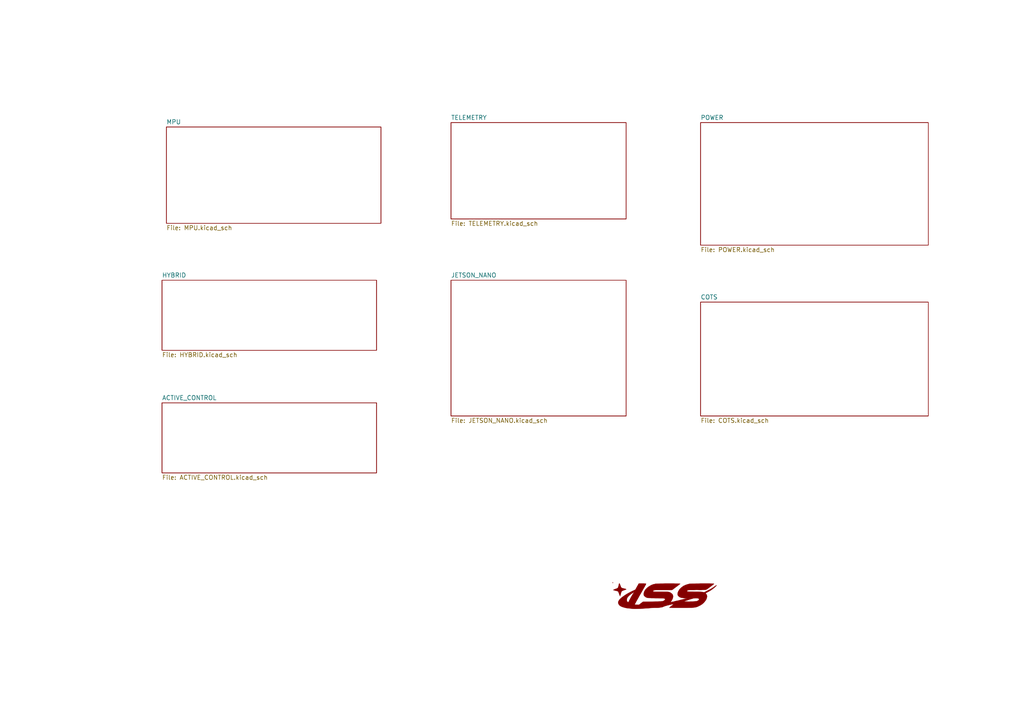
<source format=kicad_sch>
(kicad_sch (version 20211123) (generator eeschema)
  (paper "A4")
  (title_block (title "TARS-MK1") (company "ILLINOIS SPACE SOCIETY"))
  (lib_symbols
    (symbol "ISS_LOGO:LOGO" (pin_names (offset 1.016))
      (symbol "LOGO_0_0"
        (polyline (pts (xy -15.2654 3.6322) (xy -15.2654 3.8354) (xy -15.2908 3.8608) (xy -15.3162 3.7338) (xy -15.3162 3.6068) (xy -15.2654 3.6322)) (stroke (width 0.0254)) (fill (type outline)))
        (polyline (pts (xy -13.081 0.2032) (xy -12.954 0.6096) (xy -12.8778 0.9144) (xy -12.7762 1.1176) (xy -12.6746 1.27) (xy -12.5476 1.3462) (xy -12.3698 1.4224) (xy -12.1158 1.524) (xy -11.7348 1.651) (xy -11.5316 1.7272) (xy -11.43 1.7526) (xy -11.43 1.778) (xy -11.5062 1.8542) (xy -11.684 1.9304) (xy -11.938 1.9812) (xy -12.2174 2.0574) (xy -12.5222 2.1082) (xy -12.7254 2.2098) (xy -12.8778 2.3368) (xy -12.9794 2.54) (xy -13.081 2.8448) (xy -13.1318 2.921) (xy -13.2334 3.2258) (xy -13.3858 3.5306) (xy -13.4112 3.5052) (xy -13.4874 3.3782) (xy -13.5382 3.1496) (xy -13.6906 2.54) (xy -13.7668 2.3114) (xy -13.8684 2.1844) (xy -13.9954 2.0828) (xy -14.1986 2.0066) (xy -14.478 1.905) (xy -14.605 1.8542) (xy -14.8844 1.7526) (xy -15.0876 1.651) (xy -15.1638 1.6002) (xy -15.1384 1.6002) (xy -15.0114 1.5494) (xy -14.7828 1.4732) (xy -14.4526 1.397) (xy -13.7668 1.2192) (xy -13.5636 0.762) (xy -13.4874 0.5588) (xy -13.3858 0.2794) (xy -13.2842 0.0508) (xy -13.1826 -0.2032) (xy -13.081 0.2032)) (stroke (width 0.0254)) (fill (type outline)))
        (polyline (pts (xy -8.0264 -3.8354) (xy -7.3152 -3.81) (xy -6.5786 -3.7846) (xy -5.8166 -3.7338) (xy -5.1054 -3.683) (xy -4.826 -3.6576) (xy -4.2418 -3.6068) (xy -3.6322 -3.5814) (xy -3.0988 -3.556) (xy -2.3368 -3.556) (xy -1.5494 -3.4798) (xy -0.889 -3.3528) (xy -0.3556 -3.1242) (xy -0.1778 -3.0734) (xy 0.127 -2.9718) (xy 0.508 -2.8702) (xy 0.9398 -2.7686) (xy 0.9906 -2.7432) (xy 1.5494 -2.6162) (xy 2.1844 -2.4892) (xy 2.3114 -2.4892) (xy 2.3114 -2.54) (xy 2.2352 -2.6162) (xy 2.0574 -2.7686) (xy 1.778 -2.9464) (xy 1.5748 -3.1242) (xy 1.3208 -3.3274) (xy 1.1684 -3.4544) (xy 1.1176 -3.5306) (xy 1.6256 -3.5306) (xy 2.0574 -3.556) (xy 6.2738 -3.556) (xy 6.9342 -3.5306) (xy 7.4676 -3.5306) (xy 7.9248 -3.5052) (xy 8.2804 -3.4798) (xy 8.5852 -3.429) (xy 8.8392 -3.3782) (xy 9.0678 -3.302) (xy 9.3218 -3.2258) (xy 9.5504 -3.0988) (xy 9.8298 -2.9718) (xy 10.0076 -2.8956) (xy 10.5664 -2.54) (xy 11.049 -2.1336) (xy 11.43 -1.6764) (xy 11.7602 -1.2192) (xy 11.938 -0.762) (xy 12.0396 -0.3302) (xy 11.9888 0.0762) (xy 11.811 0.4064) (xy 11.5824 0.6858) (xy 12.1158 0.9398) (xy 12.2682 1.016) (xy 13.0556 1.4732) (xy 13.7414 1.9558) (xy 14.3256 2.4384) (xy 14.605 2.7178) (xy 14.7574 2.8956) (xy 14.8082 2.9718) (xy 14.7828 2.9718) (xy 14.6558 2.8956) (xy 14.4272 2.7686) (xy 14.1478 2.5654) (xy 14.097 2.5146) (xy 13.7414 2.286) (xy 13.3096 2.0066) (xy 12.827 1.7272) (xy 12.3444 1.4986) (xy 11.2014 0.9144) (xy 10.7188 1.016) (xy 10.6172 1.016) (xy 10.3378 1.0414) (xy 9.906 1.0668) (xy 9.398 1.0922) (xy 8.2296 1.0922) (xy 7.8994 1.1176) (xy 6.9088 1.1176) (xy 6.5532 1.143) (xy 6.3246 1.143) (xy 6.223 1.1684) (xy 6.223 1.27) (xy 6.2992 1.4224) (xy 6.3754 1.4986) (xy 6.4516 1.5494) (xy 6.5532 1.5748) (xy 6.7056 1.5748) (xy 6.9596 1.6002) (xy 8.3312 1.6002) (xy 9.0678 1.6256) (xy 9.7536 1.6002) (xy 10.3378 1.6002) (xy 10.8204 1.6256) (xy 11.2014 1.6256) (xy 11.4808 1.651) (xy 11.7348 1.7018) (xy 11.938 1.778) (xy 12.1158 1.905) (xy 12.319 2.032) (xy 12.573 2.2352) (xy 13.081 2.6162) (xy 13.4112 2.8702) (xy 13.6652 3.048) (xy 13.8176 3.175) (xy 13.843 3.2004) (xy 13.9954 3.3274) (xy 14.0462 3.4036) (xy 14.0462 3.429) (xy 13.8938 3.429) (xy 13.6144 3.4544) (xy 13.208 3.4544) (xy 12.7254 3.4798) (xy 10.16 3.4798) (xy 9.4996 3.4544) (xy 8.8646 3.4544) (xy 8.255 3.429) (xy 7.747 3.429) (xy 7.3152 3.4036) (xy 6.985 3.3782) (xy 6.8072 3.3528) (xy 5.9944 3.1242) (xy 5.207 2.7686) (xy 4.572 2.3114) (xy 4.0386 1.778) (xy 3.683 1.1684) (xy 3.5306 0.762) (xy 3.4798 0.381) (xy 3.556 0.0762) (xy 3.7338 -0.1778) (xy 4.0132 -0.4064) (xy 4.3688 -0.5842) (xy 4.826 -0.6858) (xy 5.461 -0.762) (xy 6.2992 -0.8128) (xy 5.588 -0.9906) (xy 5.4102 -1.0414) (xy 5.08 -1.1176) (xy 4.6482 -1.2192) (xy 4.1656 -1.3462) (xy 3.6576 -1.4732) (xy 3.1496 -1.5748) (xy 2.6416 -1.7018) (xy 2.54 -1.7272) (xy 5.334 -1.7272) (xy 5.3594 -1.6764) (xy 5.461 -1.651) (xy 6.0706 -1.4478) (xy 6.7056 -1.2446) (xy 7.1882 -1.0668) (xy 7.5946 -0.9652) (xy 7.9248 -0.8636) (xy 8.1534 -0.8128) (xy 8.382 -0.7874) (xy 8.5598 -0.762) (xy 9.0678 -0.762) (xy 9.4488 -0.8128) (xy 9.652 -0.9398) (xy 9.7282 -1.0922) (xy 9.7028 -1.1938) (xy 9.5504 -1.397) (xy 9.2456 -1.5748) (xy 8.89 -1.6764) (xy 8.8646 -1.6764) (xy 8.6614 -1.7018) (xy 8.3058 -1.7272) (xy 7.8486 -1.7526) (xy 7.3406 -1.7526) (xy 6.7818 -1.778) (xy 6.223 -1.7526) (xy 5.5372 -1.7526) (xy 5.3848 -1.7272) (xy 5.334 -1.7272) (xy 2.54 -1.7272) (xy 2.2098 -1.8034) (xy 1.8542 -1.8796) (xy 1.6256 -1.9304) (xy 1.4986 -1.9304) (xy 1.4986 -1.905) (xy 1.6002 -1.7272) (xy 1.7272 -1.524) (xy 1.9304 -1.1684) (xy 2.1336 -0.6604) (xy 2.1844 -0.2032) (xy 2.0828 0.2286) (xy 1.8034 0.5588) (xy 1.397 0.8382) (xy 1.3208 0.889) (xy 1.0668 0.9906) (xy 0.9144 1.016) (xy 0.6858 1.0414) (xy 0.4064 1.0668) (xy -0.4826 1.0668) (xy -1.143 1.0922) (xy -3.048 1.0922) (xy -3.3274 1.1176) (xy -3.4544 1.1176) (xy -3.6068 1.143) (xy -3.6322 1.27) (xy -3.5052 1.4478) (xy -3.4544 1.4986) (xy -3.3782 1.524) (xy -3.2766 1.5494) (xy -3.0988 1.5748) (xy -2.8702 1.6002) (xy 1.8796 1.6002) (xy 2.54 2.0828) (xy 2.6162 2.159) (xy 3.3782 2.7178) (xy 3.7084 2.9718) (xy 3.7592 2.9972) (xy 3.9878 3.2004) (xy 4.1656 3.3274) (xy 4.2164 3.4036) (xy 4.2164 3.429) (xy 4.0894 3.429) (xy 3.81 3.4544) (xy 2.8956 3.4544) (xy 2.286 3.4798) (xy -0.1016 3.4798) (xy -0.889 3.4544) (xy -1.5494 3.4544) (xy -2.0828 3.429) (xy -2.54 3.4036) (xy -2.921 3.3782) (xy -3.2512 3.302) (xy -3.5052 3.2512) (xy -3.7846 3.1496) (xy -4.0386 3.048) (xy -4.3434 2.8956) (xy -4.9784 2.5146) (xy -5.4864 2.0828) (xy -5.9182 1.6002) (xy -6.1976 1.0922) (xy -6.3246 0.5588) (xy -6.3246 0.2794) (xy -6.2484 -0.0254) (xy -6.0198 -0.2794) (xy -5.6388 -0.5334) (xy -5.5626 -0.5588) (xy -5.3086 -0.6604) (xy -5.1308 -0.6858) (xy -4.8768 -0.7112) (xy -4.5466 -0.7112) (xy -4.1148 -0.7366) (xy -3.5306 -0.7366) (xy -2.8194 -0.762) (xy -2.159 -0.762) (xy -1.5748 -0.7874) (xy -1.1176 -0.7874) (xy -0.762 -0.8128) (xy -0.5334 -0.8382) (xy -0.381 -0.8636) (xy -0.2794 -0.889) (xy -0.2032 -0.9398) (xy -0.1778 -0.9652) (xy -0.127 -1.0922) (xy -0.1778 -1.2446) (xy -0.381 -1.4478) (xy -0.5842 -1.5748) (xy -0.6604 -1.6002) (xy -0.762 -1.651) (xy -0.9144 -1.6764) (xy -1.143 -1.7018) (xy -1.4224 -1.7272) (xy -1.8034 -1.7272) (xy -2.3114 -1.7526) (xy -2.9464 -1.7526) (xy -3.7338 -1.778) (xy -6.5532 -1.8288) (xy -7.1374 -2.2606) (xy -7.7216 -2.7178) (xy -8.3058 -2.6924) (xy -8.6106 -2.667) (xy -8.8392 -2.6416) (xy -8.9408 -2.6162) (xy -8.9408 -2.5908) (xy -8.9154 -2.5146) (xy -8.8646 -2.413) (xy -8.763 -2.2352) (xy -8.636 -1.9812) (xy -8.4582 -1.651) (xy -8.2296 -1.2446) (xy -7.9248 -0.7112) (xy -7.5946 -0.1016) (xy -7.1628 0.635) (xy -6.6802 1.4986) (xy -6.096 2.5146) (xy -5.9182 2.8448) (xy -5.7658 3.1242) (xy -5.6896 3.3274) (xy -5.6642 3.429) (xy -5.7658 3.4544) (xy -5.9944 3.4544) (xy -6.3246 3.4798) (xy -7.747 3.4798) (xy -8.255 2.5908) (xy -8.763 1.6764) (xy -9.9568 1.1176) (xy -10.541 0.8128) (xy -11.3284 0.381) (xy -12.0142 -0.0762) (xy -12.6238 -0.508) (xy -13.081 -0.9144) (xy -13.3858 -1.2446) (xy -11.2522 -1.2446) (xy -11.2268 -1.016) (xy -11.0998 -0.635) (xy -10.795 -0.254) (xy -10.3632 0.1524) (xy -9.779 0.5842) (xy -9.6266 0.6858) (xy -9.3726 0.8636) (xy -9.2202 0.9144) (xy -9.1694 0.9144) (xy -9.3218 0.6604) (xy -9.4742 0.4318) (xy -9.6774 0.1016) (xy -9.8806 -0.254) (xy -10.0584 -0.5588) (xy -10.2616 -0.9652) (xy -10.4648 -1.3208) (xy -10.5918 -1.6002) (xy -10.8458 -2.032) (xy -11.1252 -1.7526) (xy -11.2268 -1.524) (xy -11.2522 -1.2446) (xy -13.3858 -1.2446) (xy -13.4366 -1.2954) (xy -13.6398 -1.651) (xy -13.6906 -1.778) (xy -13.716 -2.2098) (xy -13.589 -2.5654) (xy -13.3096 -2.8956) (xy -12.8778 -3.175) (xy -12.2682 -3.4036) (xy -11.5062 -3.6068) (xy -10.5664 -3.7338) (xy -9.4742 -3.8354) (xy -9.144 -3.8608) (xy -8.636 -3.8608) (xy -8.0264 -3.8354)) (stroke (width 0.0254)) (fill (type outline)))
      )
    )
  )
  (symbol (lib_id "ISS_LOGO:LOGO") (at 193.04 172.72 0) (unit 1)
    (property "Reference" "#G1001" (effects hide))
    (property "Value" "LOGO" (effects hide))
  )
  (sheet (at 48.26 36.83) (size 62.23 27.94)
    (property "Sheet name" "MPU" (at 48.26 36.1184 0) (effects (justify left bottom)))
    (property "Sheet file" "MPU.kicad_sch" (at 48.26 65.3546 0) (effects (justify left top)))
  )
  (sheet (at 46.99 81.28) (size 62.23 20.32)
    (property "Sheet name" "HYBRID" (at 46.99 80.5684 0) (effects (justify left bottom)))
    (property "Sheet file" "HYBRID.kicad_sch" (at 46.99 102.1846 0) (effects (justify left top)))
  )
  (sheet (at 203.2 35.56) (size 66.04 35.56)
    (property "Sheet name" "POWER" (at 203.2 34.8484 0) (effects (justify left bottom)))
    (property "Sheet file" "POWER.kicad_sch" (at 203.2 71.7046 0) (effects (justify left top)))
  )
  (sheet (at 130.81 35.56) (size 50.8 27.94)
    (property "Sheet name" "TELEMETRY" (at 130.81 34.8484 0) (effects (justify left bottom)))
    (property "Sheet file" "TELEMETRY.kicad_sch" (at 130.81 64.0846 0) (effects (justify left top)))
  )
  (sheet (at 203.2 87.63) (size 66.04 33.02)
    (property "Sheet name" "COTS" (at 203.2 86.9184 0) (effects (justify left bottom)))
    (property "Sheet file" "COTS.kicad_sch" (at 203.2 121.2346 0) (effects (justify left top)))
  )
  (sheet (at 46.99 116.84) (size 62.23 20.32)
    (property "Sheet name" "ACTIVE_CONTROL" (at 46.99 116.1284 0) (effects (justify left bottom)))
    (property "Sheet file" "ACTIVE_CONTROL.kicad_sch" (at 46.99 137.7446 0) (effects (justify left top)))
  )
  (sheet (at 130.81 81.28) (size 50.8 39.37)
    (property "Sheet name" "JETSON_NANO" (at 130.81 80.5684 0) (effects (justify left bottom)))
    (property "Sheet file" "JETSON_NANO.kicad_sch" (at 130.81 121.2346 0) (effects (justify left top)))
  )
)
</source>
